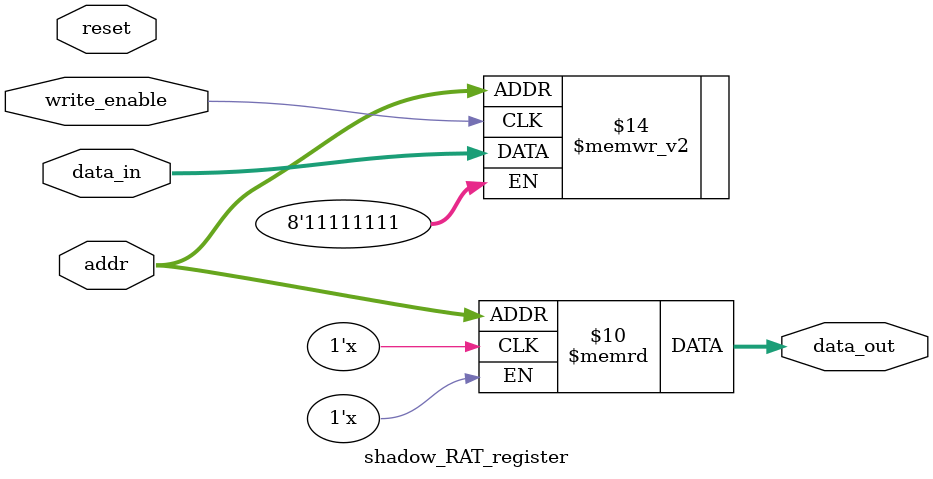
<source format=v>
module RAT (
    input wire clk,
    input wire reset,

    input wire save_state,    
    input wire restore_state, 
    input wire [4:0] save_page,     // 5-bit for 32 pages
    input wire [4:0] restore_page,  // 5-bit for 32 pages
    input wire [4:0] logical_addr1, 
    input wire [4:0] logical_addr2, 
    input wire [4:0] rd_logical_addr, 
    input wire [7:0] free_phy_addr,  
    input wire if_id_flush, 

    input wire [6:0] opcode,
    
    input wire exception_sig,
    input wire mret_sig,

    output reg [7:0] phy_addr_out1,   
    output reg [7:0] phy_addr_out2,   
    output reg [7:0] rd_phy_out,
    output reg [7:0] free_phy_addr_out 
);

    (* keep = "true" *) reg [7:0] phy_addr_table [0:31]; 

   (* keep = "true" *)  wire [7:0] shadow_data_out [0:31][0:31];
   (* keep = "true" *) reg [7:0] shadow_data_in [0:31][0:31];
    (* keep = "true" *) reg shadow_write_enable [0:31];
   (* keep = "true" *) reg [4:0] shadow_addr;

   (* keep = "true" *) genvar i, j;
    generate                                                               
        for (i = 0; i < 32; i = i + 1) begin : shadow_RAT_reg_array
            for (j = 0; j < 32; j = j + 1) begin : shadow_RAT_regs
                shadow_RAT_register u_shadow_RAT_register (
                    .reset(reset),
                    .addr(j[4:0]),  
                    .data_in(shadow_data_in[i][j]),
                    .data_out(shadow_data_out[i][j]),
                    .write_enable(shadow_write_enable[i])
                );
            end
        end
    endgenerate

    integer k;

    always @(posedge clk) begin     // ??·ï¿??ï¿½êº?ï¿½ë²¥ ?æ¹²ï¿½?ï¿½ëº rat?ï¿½ë²¥ ?ï¿½ì??·ï¿?
        if (reset|exception_sig|mret_sig) begin
            for (k = 0; k < 32; k = k + 1) begin
                phy_addr_table[k] <= k;
            end
            free_phy_addr_out <= 8'b10100001; 
            rd_phy_out <= 8'b11111111; 
            phy_addr_out1 <= 8'b11111110;
            phy_addr_out2 <= 8'b11111110;
        end else begin
            if (restore_state) begin
                for (k = 0; k < 32; k = k + 1) begin
                    phy_addr_table[k] <= shadow_data_out[restore_page][k];
                end
                if (opcode == 7'b1100111 || opcode == 7'b0000011 || opcode == 7'b0010011) begin
                    phy_addr_out1 <= shadow_data_out[restore_page][logical_addr1];
                    phy_addr_out2 <= 8'b11111110;
                end else if (opcode == 7'b0110111 || opcode == 7'b0010111 || opcode == 7'b1101111) begin
                    phy_addr_out1 <= 8'b11111110;
                    phy_addr_out2 <= 8'b11111110;
                end else begin
                    phy_addr_out1 <= shadow_data_out[restore_page][logical_addr1];
                    phy_addr_out2 <= shadow_data_out[restore_page][logical_addr2];
                end

                if ((opcode != 7'b1100011) && (opcode != 7'b0100011) && (opcode != 7'b0000000) && (rd_logical_addr != 0)) begin
                    free_phy_addr_out <= phy_addr_table[rd_logical_addr];
                    phy_addr_table[rd_logical_addr] <= free_phy_addr;
                    rd_phy_out <= free_phy_addr;
                end else begin
                    free_phy_addr_out <= free_phy_addr;
                    rd_phy_out <= 8'b11111111;
                end
            end else begin
                if (if_id_flush) begin
                    free_phy_addr_out <= free_phy_addr;
                end else begin
                    shadow_write_enable[save_page] <= 0;
                    if (save_state) begin
                        for (k = 0; k < 32; k = k + 1) begin
                            shadow_data_in[save_page][k] <= phy_addr_table[k];
                        end
                        shadow_write_enable[save_page] <= 1;
                    end

                    if (opcode == 7'b1100111 || opcode == 7'b0000011 || opcode == 7'b0010011 || opcode == 7'b1110011) begin
                        phy_addr_out1 <= phy_addr_table[logical_addr1];
                        phy_addr_out2 <= 8'b11111110;
                    end else if (opcode == 7'b0110111 || opcode == 7'b0010111 || opcode == 7'b1101111) begin
                        phy_addr_out1 <= 8'b11111110;
                        phy_addr_out2 <= 8'b11111110;
                    end else begin
                        phy_addr_out1 <= phy_addr_table[logical_addr1];
                        phy_addr_out2 <= phy_addr_table[logical_addr2];
                    end

                    if ((opcode != 7'b1100011) && (opcode != 7'b0100011) && (opcode != 7'b0000000) && (rd_logical_addr != 0)) begin
                        free_phy_addr_out <= phy_addr_table[rd_logical_addr];
                        phy_addr_table[rd_logical_addr] <= free_phy_addr;
                        rd_phy_out <= free_phy_addr;
                    end else begin
                        free_phy_addr_out <= free_phy_addr;
                        rd_phy_out <= 8'b11111111;
                    end
                end
            end
        end
    end
endmodule

module shadow_RAT_register(
    input wire reset,
    input wire [4:0] addr,    
    input wire [7:0] data_in,
    output reg [7:0] data_out,
    input wire write_enable
);
    (* keep = "true" *) reg [7:0] registers [0:31];  
    integer l;

    always @(posedge write_enable) begin
        registers[addr] <= data_in;
    end

    always @(*) begin
        data_out = registers[addr];
    end
endmodule
</source>
